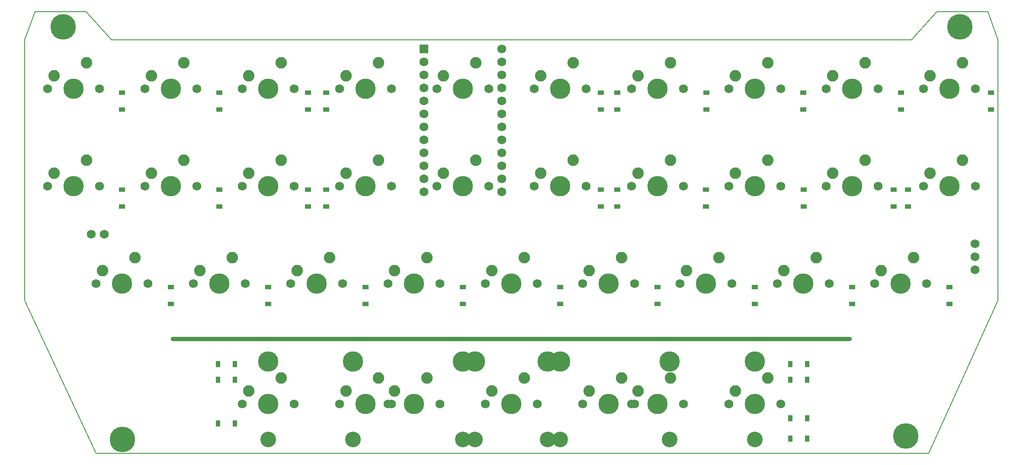
<source format=gbr>
G04 #@! TF.GenerationSoftware,KiCad,Pcbnew,(5.1.9)-1*
G04 #@! TF.CreationDate,2022-03-23T20:51:23-07:00*
G04 #@! TF.ProjectId,alphalpha_plus_v2,616c7068-616c-4706-9861-5f706c75735f,rev?*
G04 #@! TF.SameCoordinates,Original*
G04 #@! TF.FileFunction,Soldermask,Bot*
G04 #@! TF.FilePolarity,Negative*
%FSLAX46Y46*%
G04 Gerber Fmt 4.6, Leading zero omitted, Abs format (unit mm)*
G04 Created by KiCad (PCBNEW (5.1.9)-1) date 2022-03-23 20:51:23*
%MOMM*%
%LPD*%
G01*
G04 APERTURE LIST*
G04 #@! TA.AperFunction,Profile*
%ADD10C,0.200000*%
G04 #@! TD*
%ADD11R,1.200000X0.900000*%
%ADD12R,0.900000X1.200000*%
%ADD13C,2.250000*%
%ADD14C,3.987800*%
%ADD15C,1.750000*%
%ADD16C,1.752600*%
%ADD17O,133.350000X0.800000*%
%ADD18C,2.900000*%
%ADD19C,5.000000*%
%ADD20R,1.752600X1.752600*%
%ADD21C,3.048000*%
G04 APERTURE END LIST*
D10*
X19050000Y-19000000D02*
X19050000Y-70000000D01*
X33020000Y-99900000D02*
X196000000Y-99900000D01*
X21050000Y-13500000D02*
X31050000Y-13500000D01*
X209550000Y-19000000D02*
X209550000Y-70000000D01*
X19050000Y-70000000D02*
X33020000Y-99900000D01*
X196000000Y-99900000D02*
X209550000Y-70000000D01*
X19050000Y-19000000D02*
X21050000Y-13500000D01*
X31050000Y-13500000D02*
X36050000Y-19000000D01*
X209550000Y-19000000D02*
X207550000Y-13500000D01*
X197550000Y-13500000D02*
X207550000Y-13500000D01*
X197550000Y-13500000D02*
X192550000Y-19000000D01*
X36050000Y-19000000D02*
X192550000Y-19000000D01*
D11*
X38100000Y-29350000D03*
X38100000Y-32650000D03*
X57137300Y-32650000D03*
X57137300Y-29350000D03*
X74500000Y-29350000D03*
X74500000Y-32650000D03*
X78000000Y-32650000D03*
X78000000Y-29350000D03*
X131750000Y-32650000D03*
X131750000Y-29350000D03*
X135000000Y-32650000D03*
X135000000Y-29350000D03*
X152412700Y-32650000D03*
X152412700Y-29350000D03*
X171450000Y-29350000D03*
X171450000Y-32650000D03*
X190525400Y-29350000D03*
X190525400Y-32650000D03*
X208165700Y-29350000D03*
X208165700Y-32650000D03*
X38100000Y-51650000D03*
X38100000Y-48350000D03*
X57150000Y-48350000D03*
X57150000Y-51650000D03*
X74500000Y-51650000D03*
X74500000Y-48350000D03*
X78000000Y-51650000D03*
X78000000Y-48350000D03*
X131750000Y-48350000D03*
X131750000Y-51650000D03*
X135000000Y-51650000D03*
X135000000Y-48350000D03*
X152374600Y-48350000D03*
X152374600Y-51650000D03*
X171462700Y-51650000D03*
X171462700Y-48350000D03*
X189077600Y-51650000D03*
X189077600Y-48350000D03*
X191922400Y-48350000D03*
X191922400Y-51650000D03*
X47625000Y-67350000D03*
X47625000Y-70650000D03*
X66675000Y-70650000D03*
X66675000Y-67350000D03*
X85725000Y-67350000D03*
X85725000Y-70650000D03*
X104775000Y-70650000D03*
X104775000Y-67350000D03*
X123825000Y-67350000D03*
X123825000Y-70650000D03*
X142875000Y-67350000D03*
X142875000Y-70650000D03*
X161937700Y-70650000D03*
X161937700Y-67350000D03*
X180975000Y-67350000D03*
X180975000Y-70650000D03*
X200025000Y-70650000D03*
X200025000Y-67350000D03*
D12*
X172150000Y-97000000D03*
X168850000Y-97000000D03*
X56850000Y-85468400D03*
X60150000Y-85468400D03*
X172150000Y-85468400D03*
X168850000Y-85468400D03*
X60150000Y-82468400D03*
X56850000Y-82468400D03*
X60150000Y-94000000D03*
X56850000Y-94000000D03*
X168850000Y-93000000D03*
X172150000Y-93000000D03*
X168850000Y-82468400D03*
X172150000Y-82468400D03*
D13*
X31115000Y-23495000D03*
D14*
X28575000Y-28575000D03*
D13*
X24765000Y-26035000D03*
D15*
X23495000Y-28575000D03*
X33655000Y-28575000D03*
D13*
X50165000Y-23495000D03*
D14*
X47625000Y-28575000D03*
D13*
X43815000Y-26035000D03*
D15*
X42545000Y-28575000D03*
X52705000Y-28575000D03*
D13*
X69215000Y-23495000D03*
D14*
X66675000Y-28575000D03*
D13*
X62865000Y-26035000D03*
D15*
X61595000Y-28575000D03*
X71755000Y-28575000D03*
D13*
X88265000Y-23495000D03*
D14*
X85725000Y-28575000D03*
D13*
X81915000Y-26035000D03*
D15*
X80645000Y-28575000D03*
X90805000Y-28575000D03*
D13*
X107315000Y-23495000D03*
D14*
X104775000Y-28575000D03*
D13*
X100965000Y-26035000D03*
D15*
X99695000Y-28575000D03*
X109855000Y-28575000D03*
D13*
X126365000Y-23495000D03*
D14*
X123825000Y-28575000D03*
D13*
X120015000Y-26035000D03*
D15*
X118745000Y-28575000D03*
X128905000Y-28575000D03*
D13*
X145415000Y-23495000D03*
D14*
X142875000Y-28575000D03*
D13*
X139065000Y-26035000D03*
D15*
X137795000Y-28575000D03*
X147955000Y-28575000D03*
D13*
X164465000Y-23495000D03*
D14*
X161925000Y-28575000D03*
D13*
X158115000Y-26035000D03*
D15*
X156845000Y-28575000D03*
X167005000Y-28575000D03*
D13*
X183515000Y-23495000D03*
D14*
X180975000Y-28575000D03*
D13*
X177165000Y-26035000D03*
D15*
X175895000Y-28575000D03*
X186055000Y-28575000D03*
D13*
X202565000Y-23495000D03*
D14*
X200025000Y-28575000D03*
D13*
X196215000Y-26035000D03*
D15*
X194945000Y-28575000D03*
X205105000Y-28575000D03*
D13*
X31115000Y-42545000D03*
D14*
X28575000Y-47625000D03*
D13*
X24765000Y-45085000D03*
D15*
X23495000Y-47625000D03*
X33655000Y-47625000D03*
D13*
X50165000Y-42545000D03*
D14*
X47625000Y-47625000D03*
D13*
X43815000Y-45085000D03*
D15*
X42545000Y-47625000D03*
X52705000Y-47625000D03*
D13*
X69215000Y-42545000D03*
D14*
X66675000Y-47625000D03*
D13*
X62865000Y-45085000D03*
D15*
X61595000Y-47625000D03*
X71755000Y-47625000D03*
D13*
X88265000Y-42545000D03*
D14*
X85725000Y-47625000D03*
D13*
X81915000Y-45085000D03*
D15*
X80645000Y-47625000D03*
X90805000Y-47625000D03*
D13*
X107315000Y-42545000D03*
D14*
X104775000Y-47625000D03*
D13*
X100965000Y-45085000D03*
D15*
X99695000Y-47625000D03*
X109855000Y-47625000D03*
D13*
X126365000Y-42545000D03*
D14*
X123825000Y-47625000D03*
D13*
X120015000Y-45085000D03*
D15*
X118745000Y-47625000D03*
X128905000Y-47625000D03*
D13*
X145415000Y-42545000D03*
D14*
X142875000Y-47625000D03*
D13*
X139065000Y-45085000D03*
D15*
X137795000Y-47625000D03*
X147955000Y-47625000D03*
D13*
X164465000Y-42545000D03*
D14*
X161925000Y-47625000D03*
D13*
X158115000Y-45085000D03*
D15*
X156845000Y-47625000D03*
X167005000Y-47625000D03*
D13*
X183515000Y-42545000D03*
D14*
X180975000Y-47625000D03*
D13*
X177165000Y-45085000D03*
D15*
X175895000Y-47625000D03*
X186055000Y-47625000D03*
D13*
X202565000Y-42545000D03*
D14*
X200025000Y-47625000D03*
D13*
X196215000Y-45085000D03*
D15*
X194945000Y-47625000D03*
X205105000Y-47625000D03*
D13*
X40640000Y-61595000D03*
D14*
X38100000Y-66675000D03*
D13*
X34290000Y-64135000D03*
D15*
X33020000Y-66675000D03*
X43180000Y-66675000D03*
D13*
X59690000Y-61595000D03*
D14*
X57150000Y-66675000D03*
D13*
X53340000Y-64135000D03*
D15*
X52070000Y-66675000D03*
X62230000Y-66675000D03*
D13*
X78740000Y-61595000D03*
D14*
X76200000Y-66675000D03*
D13*
X72390000Y-64135000D03*
D15*
X71120000Y-66675000D03*
X81280000Y-66675000D03*
D13*
X97790000Y-61595000D03*
D14*
X95250000Y-66675000D03*
D13*
X91440000Y-64135000D03*
D15*
X90170000Y-66675000D03*
X100330000Y-66675000D03*
D13*
X116840000Y-61595000D03*
D14*
X114300000Y-66675000D03*
D13*
X110490000Y-64135000D03*
D15*
X109220000Y-66675000D03*
X119380000Y-66675000D03*
D13*
X135890000Y-61595000D03*
D14*
X133350000Y-66675000D03*
D13*
X129540000Y-64135000D03*
D15*
X128270000Y-66675000D03*
X138430000Y-66675000D03*
D13*
X154940000Y-61595000D03*
D14*
X152400000Y-66675000D03*
D13*
X148590000Y-64135000D03*
D15*
X147320000Y-66675000D03*
X157480000Y-66675000D03*
D13*
X173990000Y-61595000D03*
D14*
X171450000Y-66675000D03*
D13*
X167640000Y-64135000D03*
D15*
X166370000Y-66675000D03*
X176530000Y-66675000D03*
D13*
X193040000Y-61595000D03*
D14*
X190500000Y-66675000D03*
D13*
X186690000Y-64135000D03*
D15*
X185420000Y-66675000D03*
X195580000Y-66675000D03*
D13*
X69215000Y-85145000D03*
D14*
X66675000Y-90225000D03*
D13*
X62865000Y-87685000D03*
D15*
X61595000Y-90225000D03*
X71755000Y-90225000D03*
D13*
X164465000Y-85145000D03*
D14*
X161925000Y-90225000D03*
D13*
X158115000Y-87685000D03*
D15*
X156845000Y-90225000D03*
X167005000Y-90225000D03*
D16*
X32054800Y-57077200D03*
X34594800Y-57077200D03*
X205000000Y-64020700D03*
X205000000Y-61480700D03*
X205000000Y-58940700D03*
D17*
X114300000Y-77500000D03*
D18*
X26575000Y-16500000D03*
D19*
X26575000Y-16500000D03*
X202025000Y-16500000D03*
D18*
X202025000Y-16500000D03*
X191452500Y-96481900D03*
D19*
X191452500Y-96481900D03*
X38112700Y-97193100D03*
D18*
X38112700Y-97193100D03*
D16*
X112382300Y-20840700D03*
X97142300Y-48780700D03*
X112382300Y-23380700D03*
X112382300Y-25920700D03*
X112382300Y-28460700D03*
X112382300Y-31000700D03*
X112382300Y-33540700D03*
X112382300Y-36080700D03*
X112382300Y-38620700D03*
X112382300Y-41160700D03*
X112382300Y-43700700D03*
X112382300Y-46240700D03*
X112382300Y-48780700D03*
X97142300Y-46240700D03*
X97142300Y-43700700D03*
X97142300Y-41160700D03*
X97142300Y-38620700D03*
X97142300Y-36080700D03*
X97142300Y-33540700D03*
X97142300Y-31000700D03*
X97142300Y-28460700D03*
X97142300Y-25920700D03*
X97142300Y-23380700D03*
D20*
X97142300Y-20840700D03*
D13*
X91440000Y-87685000D03*
X97790000Y-85145000D03*
D14*
X95250000Y-90225000D03*
D15*
X90170000Y-90225000D03*
X100330000Y-90225000D03*
D21*
X83312000Y-97210000D03*
X107188000Y-97210000D03*
D14*
X83312000Y-81970000D03*
X107188000Y-81970000D03*
D13*
X129540000Y-87685000D03*
X135890000Y-85145000D03*
D14*
X133350000Y-90225000D03*
D15*
X128270000Y-90225000D03*
X138430000Y-90225000D03*
D21*
X121412000Y-97210000D03*
X145288000Y-97210000D03*
D14*
X121412000Y-81970000D03*
X145288000Y-81970000D03*
D13*
X116840000Y-85145000D03*
D14*
X114300000Y-90225000D03*
D13*
X110490000Y-87685000D03*
D15*
X109220000Y-90225000D03*
X119380000Y-90225000D03*
D21*
X66675000Y-97210000D03*
X161925000Y-97210000D03*
D14*
X66675000Y-81970000D03*
X161925000Y-81970000D03*
X104775000Y-81970000D03*
X66675000Y-81970000D03*
D21*
X104775000Y-97210000D03*
X66675000Y-97210000D03*
D15*
X90805000Y-90225000D03*
X80645000Y-90225000D03*
D14*
X85725000Y-90225000D03*
D13*
X81915000Y-87685000D03*
X88265000Y-85145000D03*
D14*
X161925000Y-81970000D03*
X123825000Y-81970000D03*
D21*
X161925000Y-97210000D03*
X123825000Y-97210000D03*
D15*
X147955000Y-90225000D03*
X137795000Y-90225000D03*
D14*
X142875000Y-90225000D03*
D13*
X139065000Y-87685000D03*
X145415000Y-85145000D03*
M02*

</source>
